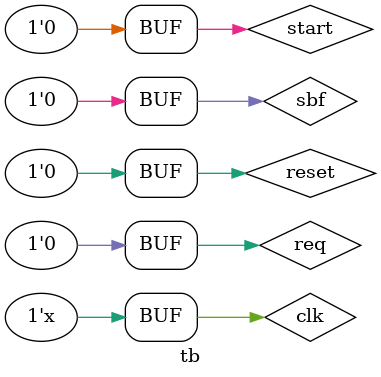
<source format=sv>
`include "tscache.v"
`timescale 1ns / 1ps

module tb;

// Define parameters
parameter CLK_PERIOD = 10; // Clock period in ns

// Declare signals
reg clk;
reg reset;
reg start;
reg req;
wire [7:0] adc_data;
wire trd;
wire cd;
wire [31:0] trigtm;
wire sd;
wire rdy;
wire [7:0] dat;
reg sbf;
reg [3:0] state; // Added signal to monitor TSC state

// Instantiate the TSC and ADC modules
TriggerSurroundCache tsc_inst (
    .reset(reset),
    .start(start),
    .clk(clk),
  	.adc_data(adc_data),
    .req(req),
    .trd(trd),
    .cd(cd),
  	.sbf(sbf),
  	.rdy(rdy),
    .trigtm(trigtm),
    .sd(sd)
    //.current_state(state)
);


// Clock generation
always #CLK_PERIOD clk = ~clk;

// Initialize signals
initial begin
  	integer i;
  	clk = 0;
  	sbf = 0;
  	req = 0;


  	$display("reset\t start\t req\t data\t trd\t sbf\t cd\t state");
  	$monitor("%b\t %b\t %b\t %d\t %b\t %b\t %b\t %d", reset, start, req, adc_data, trd, sbf, cd, state);

    start = 0;
    reset = 0;

  	//#20 start = 1; #20 start = 0;

    //#5 reset = 1; #5 reset = 0;

    // Toggling req (request line)
    for (i=0; i<15; i++) begin
        if (state == 0) begin
            #20 start = 1; #20 start = 0;   // This doesn't show first in $monitor, for some reason
        end
        #50 req = 1;
        #50 req = 0;
    end

end
  



endmodule

</source>
